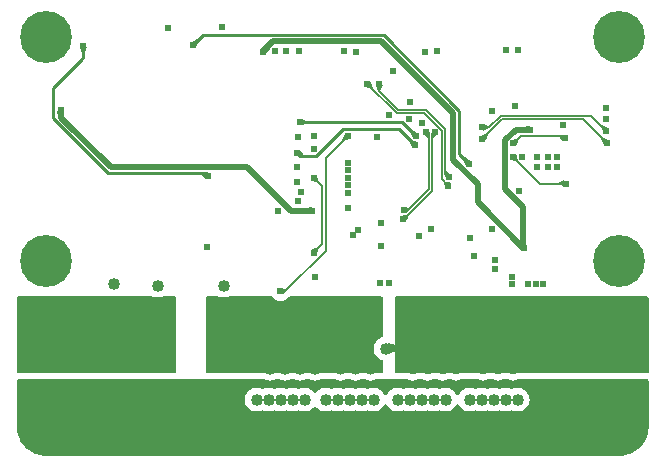
<source format=gbr>
%TF.GenerationSoftware,KiCad,Pcbnew,7.0.6*%
%TF.CreationDate,2024-01-08T01:59:36+08:00*%
%TF.ProjectId,CawBMS,43617742-4d53-42e6-9b69-6361645f7063,rev?*%
%TF.SameCoordinates,Original*%
%TF.FileFunction,Copper,L4,Bot*%
%TF.FilePolarity,Positive*%
%FSLAX46Y46*%
G04 Gerber Fmt 4.6, Leading zero omitted, Abs format (unit mm)*
G04 Created by KiCad (PCBNEW 7.0.6) date 2024-01-08 01:59:36*
%MOMM*%
%LPD*%
G01*
G04 APERTURE LIST*
G04 Aperture macros list*
%AMRoundRect*
0 Rectangle with rounded corners*
0 $1 Rounding radius*
0 $2 $3 $4 $5 $6 $7 $8 $9 X,Y pos of 4 corners*
0 Add a 4 corners polygon primitive as box body*
4,1,4,$2,$3,$4,$5,$6,$7,$8,$9,$2,$3,0*
0 Add four circle primitives for the rounded corners*
1,1,$1+$1,$2,$3*
1,1,$1+$1,$4,$5*
1,1,$1+$1,$6,$7*
1,1,$1+$1,$8,$9*
0 Add four rect primitives between the rounded corners*
20,1,$1+$1,$2,$3,$4,$5,0*
20,1,$1+$1,$4,$5,$6,$7,0*
20,1,$1+$1,$6,$7,$8,$9,0*
20,1,$1+$1,$8,$9,$2,$3,0*%
G04 Aperture macros list end*
%TA.AperFunction,ComponentPad*%
%ADD10C,0.700000*%
%TD*%
%TA.AperFunction,ComponentPad*%
%ADD11C,4.400000*%
%TD*%
%TA.AperFunction,ComponentPad*%
%ADD12RoundRect,1.500000X-1.000000X-1.000000X1.000000X-1.000000X1.000000X1.000000X-1.000000X1.000000X0*%
%TD*%
%TA.AperFunction,ViaPad*%
%ADD13C,0.609600*%
%TD*%
%TA.AperFunction,ViaPad*%
%ADD14C,1.016000*%
%TD*%
%TA.AperFunction,Conductor*%
%ADD15C,0.508000*%
%TD*%
%TA.AperFunction,Conductor*%
%ADD16C,0.254000*%
%TD*%
%TA.AperFunction,Conductor*%
%ADD17C,0.152400*%
%TD*%
G04 APERTURE END LIST*
D10*
%TO.P,H4,1,1*%
%TO.N,unconnected-(H4-Pad1)*%
X159350000Y-113500000D03*
X159833274Y-112333274D03*
X159833274Y-114666726D03*
X161000000Y-111850000D03*
D11*
X161000000Y-113500000D03*
D10*
X161000000Y-115150000D03*
X162166726Y-112333274D03*
X162166726Y-114666726D03*
X162650000Y-113500000D03*
%TD*%
%TO.P,H2,1,1*%
%TO.N,unconnected-(H2-Pad1)*%
X159350000Y-94500000D03*
X159833274Y-93333274D03*
X159833274Y-95666726D03*
X161000000Y-92850000D03*
D11*
X161000000Y-94500000D03*
D10*
X161000000Y-96150000D03*
X162166726Y-93333274D03*
X162166726Y-95666726D03*
X162650000Y-94500000D03*
%TD*%
%TO.P,H1,1,1*%
%TO.N,unconnected-(H1-Pad1)*%
X110850000Y-94500000D03*
X111333274Y-93333274D03*
X111333274Y-95666726D03*
X112500000Y-92850000D03*
D11*
X112500000Y-94500000D03*
D10*
X112500000Y-96150000D03*
X113666726Y-93333274D03*
X113666726Y-95666726D03*
X114150000Y-94500000D03*
%TD*%
D12*
%TO.P,H7,1,1*%
%TO.N,PACK+*%
X160528000Y-126627000D03*
%TD*%
%TO.P,H8,1,1*%
%TO.N,PACK-*%
X160528000Y-119181000D03*
%TD*%
%TO.P,H6,1,1*%
%TO.N,-BATT*%
X113030000Y-119173000D03*
%TD*%
%TO.P,H5,1,1*%
%TO.N,PACK+*%
X113030000Y-126492000D03*
%TD*%
D10*
%TO.P,H3,1,1*%
%TO.N,unconnected-(H3-Pad1)*%
X110850000Y-113500000D03*
X111333274Y-112333274D03*
X111333274Y-114666726D03*
X112500000Y-111850000D03*
D11*
X112500000Y-113500000D03*
D10*
X112500000Y-115150000D03*
X113666726Y-112333274D03*
X113666726Y-114666726D03*
X114150000Y-113500000D03*
%TD*%
D13*
%TO.N,+3.3V*%
X143250000Y-101490000D03*
X138049000Y-108966000D03*
X154559000Y-115450000D03*
X153289000Y-115443000D03*
X159880000Y-100520000D03*
X133820000Y-103000000D03*
X150210000Y-100830000D03*
X143300000Y-100010000D03*
X138460000Y-111320000D03*
X148732000Y-113106700D03*
X131840000Y-95740000D03*
X151460000Y-95620000D03*
X153924000Y-115443000D03*
X152527000Y-107569000D03*
X133800000Y-108410000D03*
X133760000Y-105530000D03*
X150241000Y-110744000D03*
X144570000Y-95760000D03*
X135128000Y-104013000D03*
X144018000Y-111379000D03*
X137700000Y-95750000D03*
X138890000Y-110860000D03*
%TO.N,GND*%
X140716000Y-115316000D03*
X126111000Y-112302500D03*
X152778012Y-104689298D03*
X155702000Y-105537000D03*
X133860000Y-95720000D03*
X138049000Y-105791000D03*
X152200000Y-100350000D03*
X132830000Y-95720000D03*
X150495000Y-113411000D03*
X140804604Y-112229604D03*
X156210000Y-101996500D03*
X144310000Y-101850000D03*
X138049000Y-107061000D03*
D14*
X118210000Y-115440000D03*
D13*
X151892000Y-114808000D03*
D14*
X121920000Y-115570000D03*
D13*
X145540000Y-95750000D03*
X151892000Y-115443000D03*
X141859000Y-97409000D03*
X127400000Y-93720000D03*
X159880000Y-101500000D03*
X135128000Y-102870000D03*
X150495000Y-114173000D03*
D14*
X127508000Y-115570000D03*
D13*
X145034000Y-110744000D03*
X148336000Y-111506000D03*
X154051000Y-105537000D03*
X141505857Y-101164143D03*
X154940000Y-105537000D03*
X135255000Y-114808000D03*
X133731000Y-106807000D03*
X154051000Y-104648000D03*
X154940000Y-104648000D03*
X155702000Y-104648000D03*
X138049000Y-107696000D03*
X140510000Y-102970000D03*
X138700000Y-95760000D03*
X152470000Y-95620000D03*
X140843000Y-110236000D03*
X132080000Y-109220000D03*
X141478000Y-115316000D03*
X122790000Y-93730000D03*
X134046000Y-107630000D03*
X138049000Y-106426000D03*
X138049000Y-105156000D03*
%TO.N,+5V*%
X130860000Y-95791400D03*
X152908000Y-112395000D03*
X153416000Y-102362000D03*
%TO.N,/BQ76920/VC1*%
X115650000Y-95270000D03*
X126170000Y-106290000D03*
%TO.N,/BQ76920/BAT*%
X113752000Y-100751000D03*
X135001000Y-109220000D03*
%TO.N,/ALERT*%
X138049000Y-102870000D03*
X132320000Y-116050000D03*
%TO.N,Net-(C25-Pad1)*%
X139954000Y-122809000D03*
X137414000Y-122174000D03*
X131445000Y-122809000D03*
X135255000Y-122809000D03*
X132715000Y-122174000D03*
X133985000Y-122174000D03*
X131445000Y-122174000D03*
X137414000Y-122809000D03*
D14*
X127762000Y-120904000D03*
D13*
X132715000Y-122809000D03*
X135255000Y-122174000D03*
X138684000Y-122174000D03*
X139954000Y-122174000D03*
D14*
X127762000Y-117094000D03*
D13*
X133985000Y-122809000D03*
D14*
X127762000Y-118872000D03*
D13*
X138684000Y-122809000D03*
%TO.N,PACK-*%
X150749000Y-122809000D03*
X146050000Y-122809000D03*
X149479000Y-122174000D03*
X147193000Y-122174000D03*
X152019000Y-122809000D03*
D14*
X155702000Y-119380000D03*
X155702000Y-121412000D03*
D13*
X143510000Y-122809000D03*
X149479000Y-122809000D03*
X144780000Y-122809000D03*
X147193000Y-122809000D03*
X146050000Y-122174000D03*
X143510000Y-122174000D03*
X150749000Y-122174000D03*
X144780000Y-122174000D03*
D14*
X141223500Y-120903500D03*
D13*
X152019000Y-122174000D03*
D14*
%TO.N,PACK+*%
X155702000Y-124206000D03*
X155702000Y-126238000D03*
%TO.N,-BATT*%
X121666000Y-119634000D03*
X121666000Y-120904000D03*
X118110000Y-119634000D03*
X118110000Y-121158000D03*
X121666000Y-118364000D03*
D13*
%TO.N,/SWDIO*%
X149410000Y-103180000D03*
X159950000Y-103500000D03*
%TO.N,/SWCLK*%
X149350000Y-102170000D03*
X159930000Y-102490000D03*
D14*
%TO.N,Net-(Q6-D-Pad5)*%
X142240000Y-125222000D03*
X144272000Y-125222000D03*
X136144000Y-125222000D03*
X148336000Y-125222000D03*
X133350000Y-125222000D03*
X152400000Y-125222000D03*
X139192000Y-125222000D03*
X145288000Y-125222000D03*
X149352000Y-125222000D03*
X146304000Y-125222000D03*
X151384000Y-125222000D03*
X134366000Y-125222000D03*
X140208000Y-125222000D03*
X137160000Y-125222000D03*
X130302000Y-125222000D03*
X132334000Y-125222000D03*
X138176000Y-125222000D03*
X150368000Y-125222000D03*
X131318000Y-125222000D03*
X143256000Y-125222000D03*
D13*
%TO.N,/I2C1_SCL*%
X142740143Y-109929857D03*
X145416100Y-102608036D03*
%TO.N,/I2C1_SDA*%
X142772223Y-109194454D03*
X144680000Y-102610000D03*
%TO.N,/LED_A*%
X133950000Y-101740000D03*
X143799667Y-102930110D03*
%TO.N,/LED_B*%
X133760000Y-104340784D03*
X143750000Y-103670000D03*
%TO.N,Net-(U4-TS1)*%
X135128000Y-112776000D03*
X135150000Y-106426000D03*
%TO.N,/KEY_A*%
X124930000Y-95233100D03*
X148290000Y-105240000D03*
%TO.N,/CAN_STB*%
X152042699Y-104655211D03*
X156464000Y-106934000D03*
%TO.N,/CAN_TX*%
X156386960Y-103122302D03*
X152041393Y-103526893D03*
%TO.N,/I2C2_SCL*%
X139690000Y-98490000D03*
X146550404Y-107128358D03*
%TO.N,/I2C2_SDA*%
X146561391Y-106392338D03*
X140700000Y-98480000D03*
%TD*%
D15*
%TO.N,+5V*%
X130860000Y-95750132D02*
X131720132Y-94890000D01*
X131720132Y-94890000D02*
X140840000Y-94890000D01*
X140840000Y-94890000D02*
X146940000Y-100990000D01*
X152905000Y-112395000D02*
X152908000Y-112395000D01*
X146940000Y-100990000D02*
X146940000Y-104922632D01*
X152236418Y-102362000D02*
X153416000Y-102362000D01*
X130860000Y-95791400D02*
X130860000Y-95750132D01*
X149013300Y-106995932D02*
X149013300Y-108503300D01*
X151355593Y-103242825D02*
X152236418Y-102362000D01*
X152900000Y-112387000D02*
X152900000Y-108911868D01*
X146940000Y-104922632D02*
X149013300Y-106995932D01*
X152908000Y-112395000D02*
X152900000Y-112387000D01*
X149013300Y-108503300D02*
X152905000Y-112395000D01*
X151355593Y-107367461D02*
X151355593Y-103242825D01*
X152900000Y-108911868D02*
X151355593Y-107367461D01*
D16*
%TO.N,/BQ76920/VC1*%
X117729000Y-106045000D02*
X113030000Y-101346000D01*
X126170000Y-106290000D02*
X125925000Y-106045000D01*
X115510000Y-96390000D02*
X115650000Y-96250000D01*
X113030000Y-101346000D02*
X113030000Y-98870000D01*
X113030000Y-98870000D02*
X115510000Y-96390000D01*
X125925000Y-106045000D02*
X117729000Y-106045000D01*
X115650000Y-96250000D02*
X115650000Y-95270000D01*
D15*
%TO.N,/BQ76920/BAT*%
X113752000Y-101349580D02*
X113752000Y-100751000D01*
X133190000Y-109220000D02*
X129507000Y-105537000D01*
X129507000Y-105537000D02*
X117939420Y-105537000D01*
X135001000Y-109220000D02*
X133190000Y-109220000D01*
X117939420Y-105537000D02*
X113752000Y-101349580D01*
D17*
%TO.N,/ALERT*%
X136144000Y-104775000D02*
X138049000Y-102870000D01*
X136144000Y-112606697D02*
X136144000Y-104775000D01*
X132700697Y-116050000D02*
X136144000Y-112606697D01*
X132320000Y-116050000D02*
X132700697Y-116050000D01*
D15*
%TO.N,PACK-*%
X142233500Y-120903500D02*
X143504000Y-122174000D01*
X141223500Y-120903500D02*
X142233500Y-120903500D01*
X143504000Y-122174000D02*
X143510000Y-122174000D01*
D17*
%TO.N,/SWDIO*%
X151101500Y-101488500D02*
X157938500Y-101488500D01*
X157938500Y-101488500D02*
X159950000Y-103500000D01*
X149410000Y-103180000D02*
X151101500Y-101488500D01*
%TO.N,/SWCLK*%
X150985769Y-101209100D02*
X158649100Y-101209100D01*
X158649100Y-101209100D02*
X159930000Y-102490000D01*
X149350000Y-102170000D02*
X150024868Y-102170000D01*
X150024868Y-102170000D02*
X150985769Y-101209100D01*
%TO.N,/I2C1_SCL*%
X142800143Y-109929857D02*
X142740143Y-109929857D01*
X145186400Y-102837736D02*
X145186400Y-107543599D01*
X145186400Y-107543599D02*
X142800143Y-109929857D01*
X145416100Y-102608036D02*
X145186400Y-102837736D01*
%TO.N,/I2C1_SDA*%
X144680000Y-102610000D02*
X144907000Y-102837000D01*
X144907000Y-102837000D02*
X144907000Y-107427868D01*
X143140414Y-109194454D02*
X142772223Y-109194454D01*
X144907000Y-107427868D02*
X143140414Y-109194454D01*
D16*
%TO.N,/LED_A*%
X142609557Y-101740000D02*
X133950000Y-101740000D01*
X143799667Y-102930110D02*
X142609557Y-101740000D01*
%TO.N,/LED_B*%
X133999216Y-104580000D02*
X135351263Y-104580000D01*
X137620063Y-102311200D02*
X142391200Y-102311200D01*
X142391200Y-102311200D02*
X143750000Y-103670000D01*
X135351263Y-104580000D02*
X137620063Y-102311200D01*
X133760000Y-104340784D02*
X133999216Y-104580000D01*
D17*
%TO.N,Net-(U4-TS1)*%
X135864600Y-112039400D02*
X135128000Y-112776000D01*
X135150000Y-106426000D02*
X135864600Y-107140600D01*
X135864600Y-107140600D02*
X135864600Y-112039400D01*
D16*
%TO.N,/KEY_A*%
X147460000Y-100760000D02*
X141070000Y-94370000D01*
X125793100Y-94370000D02*
X124930000Y-95233100D01*
X148290000Y-105240000D02*
X147460000Y-104410000D01*
X141070000Y-94370000D02*
X125793100Y-94370000D01*
X147460000Y-104410000D02*
X147460000Y-100760000D01*
D17*
%TO.N,/CAN_STB*%
X154305000Y-106934000D02*
X156464000Y-106934000D01*
X152042699Y-104655211D02*
X152042699Y-104671699D01*
X152042699Y-104671699D02*
X154305000Y-106934000D01*
%TO.N,/CAN_TX*%
X156134658Y-102870000D02*
X156386960Y-103122302D01*
X152698286Y-102870000D02*
X156134658Y-102870000D01*
X152041393Y-103526893D02*
X152698286Y-102870000D01*
%TO.N,/I2C2_SCL*%
X146000000Y-102470000D02*
X144512000Y-100982000D01*
X142182000Y-100982000D02*
X139690000Y-98490000D01*
X146000000Y-106577954D02*
X146000000Y-102470000D01*
X146550404Y-107128358D02*
X146000000Y-106577954D01*
X144512000Y-100982000D02*
X142182000Y-100982000D01*
%TO.N,/I2C2_SDA*%
X140700000Y-99104868D02*
X140700000Y-98480000D01*
X142297732Y-100702600D02*
X140700000Y-99104868D01*
X146561391Y-106392338D02*
X146279400Y-106110347D01*
X144627732Y-100702600D02*
X142297732Y-100702600D01*
X146279400Y-102354269D02*
X144627732Y-100702600D01*
X146279400Y-106110347D02*
X146279400Y-102354269D01*
%TD*%
%TA.AperFunction,Conductor*%
%TO.N,Net-(C25-Pad1)*%
G36*
X127117224Y-116505339D02*
G01*
X127120193Y-116506239D01*
X127120196Y-116506241D01*
X127310299Y-116563908D01*
X127310298Y-116563908D01*
X127329769Y-116565825D01*
X127508000Y-116583380D01*
X127705701Y-116563908D01*
X127895804Y-116506241D01*
X127895805Y-116506239D01*
X127898776Y-116505339D01*
X127934771Y-116500000D01*
X131583144Y-116500000D01*
X131650183Y-116519685D01*
X131680921Y-116550739D01*
X131682064Y-116549828D01*
X131686407Y-116555274D01*
X131814725Y-116683592D01*
X131814731Y-116683597D01*
X131968374Y-116780138D01*
X131968377Y-116780140D01*
X131968381Y-116780141D01*
X131968382Y-116780142D01*
X132139669Y-116840078D01*
X132139670Y-116840078D01*
X132139675Y-116840079D01*
X132319996Y-116860396D01*
X132320000Y-116860396D01*
X132320004Y-116860396D01*
X132500324Y-116840079D01*
X132500327Y-116840078D01*
X132500330Y-116840078D01*
X132671618Y-116780142D01*
X132825274Y-116683593D01*
X132845074Y-116663791D01*
X132866755Y-116646496D01*
X132870945Y-116643863D01*
X132948434Y-116578051D01*
X132981248Y-116558006D01*
X132991535Y-116553746D01*
X133014663Y-116535998D01*
X133028185Y-116525624D01*
X133093354Y-116500430D01*
X133103671Y-116500000D01*
X140876000Y-116500000D01*
X140943039Y-116519685D01*
X140988794Y-116572489D01*
X141000000Y-116624000D01*
X141000000Y-119825453D01*
X140980315Y-119892492D01*
X140927511Y-119938247D01*
X140911996Y-119944113D01*
X140835694Y-119967259D01*
X140660501Y-120060901D01*
X140660494Y-120060905D01*
X140506931Y-120186931D01*
X140380905Y-120340494D01*
X140380901Y-120340501D01*
X140287260Y-120515691D01*
X140229591Y-120705800D01*
X140210120Y-120903500D01*
X140229591Y-121101199D01*
X140287260Y-121291308D01*
X140380901Y-121466498D01*
X140380905Y-121466505D01*
X140506931Y-121620068D01*
X140534460Y-121642660D01*
X140660496Y-121746095D01*
X140835696Y-121839741D01*
X140911997Y-121862886D01*
X140970434Y-121901183D01*
X140998890Y-121964995D01*
X141000000Y-121981546D01*
X141000000Y-122870500D01*
X140980315Y-122937539D01*
X140927511Y-122983294D01*
X140876000Y-122994500D01*
X140403636Y-122994500D01*
X140403628Y-122994501D01*
X140403629Y-122994501D01*
X140263689Y-123014257D01*
X140197715Y-123033265D01*
X140197712Y-123033266D01*
X140138878Y-123059593D01*
X140117269Y-123069262D01*
X140112442Y-123071183D01*
X140034316Y-123098520D01*
X140007249Y-123104698D01*
X139980868Y-123107670D01*
X139967885Y-123109133D01*
X139940123Y-123109133D01*
X139900751Y-123104697D01*
X139873683Y-123098519D01*
X139795559Y-123071183D01*
X139790710Y-123069254D01*
X139710283Y-123033265D01*
X139710281Y-123033264D01*
X139688290Y-123026928D01*
X139644310Y-123014257D01*
X139543322Y-123000000D01*
X139504364Y-122994500D01*
X139133636Y-122994500D01*
X139133628Y-122994501D01*
X139133629Y-122994501D01*
X138993689Y-123014257D01*
X138927715Y-123033265D01*
X138927712Y-123033266D01*
X138868878Y-123059593D01*
X138847269Y-123069262D01*
X138842442Y-123071183D01*
X138764316Y-123098520D01*
X138737249Y-123104698D01*
X138710868Y-123107670D01*
X138697885Y-123109133D01*
X138670123Y-123109133D01*
X138630751Y-123104697D01*
X138603683Y-123098519D01*
X138525559Y-123071183D01*
X138520710Y-123069254D01*
X138440283Y-123033265D01*
X138440281Y-123033264D01*
X138418290Y-123026928D01*
X138374310Y-123014257D01*
X138273322Y-123000000D01*
X138234364Y-122994500D01*
X137863636Y-122994500D01*
X137863628Y-122994501D01*
X137863629Y-122994501D01*
X137723689Y-123014257D01*
X137657715Y-123033265D01*
X137657712Y-123033266D01*
X137598878Y-123059593D01*
X137577269Y-123069262D01*
X137572442Y-123071183D01*
X137494316Y-123098520D01*
X137467249Y-123104698D01*
X137440868Y-123107670D01*
X137427885Y-123109133D01*
X137400123Y-123109133D01*
X137360751Y-123104697D01*
X137333683Y-123098519D01*
X137255559Y-123071183D01*
X137250710Y-123069254D01*
X137170283Y-123033265D01*
X137170281Y-123033264D01*
X137148290Y-123026928D01*
X137104310Y-123014257D01*
X137003322Y-123000000D01*
X136964364Y-122994500D01*
X135704636Y-122994500D01*
X135704628Y-122994501D01*
X135704629Y-122994501D01*
X135564689Y-123014257D01*
X135498715Y-123033265D01*
X135498712Y-123033266D01*
X135439878Y-123059593D01*
X135418269Y-123069262D01*
X135413442Y-123071183D01*
X135335316Y-123098520D01*
X135308249Y-123104698D01*
X135281868Y-123107670D01*
X135268885Y-123109133D01*
X135241123Y-123109133D01*
X135201751Y-123104697D01*
X135174683Y-123098519D01*
X135096559Y-123071183D01*
X135091710Y-123069254D01*
X135011283Y-123033265D01*
X135011281Y-123033264D01*
X134989289Y-123026928D01*
X134945310Y-123014257D01*
X134844322Y-123000000D01*
X134805364Y-122994500D01*
X134434636Y-122994500D01*
X134434628Y-122994501D01*
X134434629Y-122994501D01*
X134294689Y-123014257D01*
X134228715Y-123033265D01*
X134228712Y-123033266D01*
X134169878Y-123059593D01*
X134148269Y-123069262D01*
X134143442Y-123071183D01*
X134065316Y-123098520D01*
X134038249Y-123104698D01*
X134011868Y-123107670D01*
X133998885Y-123109133D01*
X133971123Y-123109133D01*
X133931751Y-123104697D01*
X133904683Y-123098519D01*
X133826559Y-123071183D01*
X133821710Y-123069254D01*
X133741283Y-123033265D01*
X133741281Y-123033264D01*
X133719289Y-123026928D01*
X133675310Y-123014257D01*
X133574322Y-123000000D01*
X133535364Y-122994500D01*
X133164636Y-122994500D01*
X133164628Y-122994501D01*
X133164629Y-122994501D01*
X133024689Y-123014257D01*
X132958715Y-123033265D01*
X132958712Y-123033266D01*
X132899878Y-123059593D01*
X132878269Y-123069262D01*
X132873442Y-123071183D01*
X132795316Y-123098520D01*
X132768249Y-123104698D01*
X132741868Y-123107670D01*
X132728885Y-123109133D01*
X132701123Y-123109133D01*
X132661751Y-123104697D01*
X132634683Y-123098519D01*
X132556559Y-123071183D01*
X132551710Y-123069254D01*
X132471283Y-123033265D01*
X132471281Y-123033264D01*
X132449290Y-123026928D01*
X132405310Y-123014257D01*
X132304322Y-123000000D01*
X132265364Y-122994500D01*
X131894636Y-122994500D01*
X131894628Y-122994501D01*
X131894629Y-122994501D01*
X131754689Y-123014257D01*
X131688715Y-123033265D01*
X131688712Y-123033266D01*
X131629878Y-123059593D01*
X131608269Y-123069262D01*
X131603442Y-123071183D01*
X131525316Y-123098520D01*
X131498249Y-123104698D01*
X131471868Y-123107670D01*
X131458885Y-123109133D01*
X131431123Y-123109133D01*
X131391751Y-123104697D01*
X131364683Y-123098519D01*
X131286559Y-123071183D01*
X131281710Y-123069254D01*
X131201283Y-123033265D01*
X131201281Y-123033264D01*
X131179289Y-123026928D01*
X131135310Y-123014257D01*
X131034322Y-123000000D01*
X130995364Y-122994500D01*
X126124000Y-122994500D01*
X126056961Y-122974815D01*
X126011206Y-122922011D01*
X126000000Y-122870500D01*
X126000000Y-116624000D01*
X126019685Y-116556961D01*
X126072489Y-116511206D01*
X126124000Y-116500000D01*
X127081229Y-116500000D01*
X127117224Y-116505339D01*
G37*
%TD.AperFunction*%
%TD*%
%TA.AperFunction,Conductor*%
%TO.N,PACK-*%
G36*
X163442539Y-116519685D02*
G01*
X163488294Y-116572489D01*
X163499500Y-116624000D01*
X163499500Y-122876000D01*
X163479815Y-122943039D01*
X163427011Y-122988794D01*
X163375500Y-123000000D01*
X142124000Y-123000000D01*
X142056961Y-122980315D01*
X142011206Y-122927511D01*
X142000000Y-122876000D01*
X142000000Y-116624000D01*
X142019685Y-116556961D01*
X142072489Y-116511206D01*
X142124000Y-116500000D01*
X163375500Y-116500000D01*
X163442539Y-116519685D01*
G37*
%TD.AperFunction*%
%TD*%
%TA.AperFunction,Conductor*%
%TO.N,-BATT*%
G36*
X121529224Y-116505339D02*
G01*
X121532193Y-116506239D01*
X121532196Y-116506241D01*
X121722299Y-116563908D01*
X121722298Y-116563908D01*
X121740024Y-116565653D01*
X121920000Y-116583380D01*
X122117701Y-116563908D01*
X122307804Y-116506241D01*
X122307805Y-116506239D01*
X122310776Y-116505339D01*
X122346771Y-116500000D01*
X123376000Y-116500000D01*
X123443039Y-116519685D01*
X123488794Y-116572489D01*
X123500000Y-116624000D01*
X123500000Y-122876000D01*
X123480315Y-122943039D01*
X123427511Y-122988794D01*
X123376000Y-123000000D01*
X110124500Y-123000000D01*
X110057461Y-122980315D01*
X110011706Y-122927511D01*
X110000500Y-122876000D01*
X110000500Y-116624000D01*
X110020185Y-116556961D01*
X110072989Y-116511206D01*
X110124500Y-116500000D01*
X121493229Y-116500000D01*
X121529224Y-116505339D01*
G37*
%TD.AperFunction*%
%TD*%
%TA.AperFunction,Conductor*%
%TO.N,PACK+*%
G36*
X131061337Y-123519007D02*
G01*
X131093379Y-123539140D01*
X131093377Y-123539140D01*
X131093381Y-123539141D01*
X131093382Y-123539142D01*
X131204401Y-123577989D01*
X131264670Y-123599078D01*
X131264675Y-123599079D01*
X131444996Y-123619396D01*
X131445000Y-123619396D01*
X131445004Y-123619396D01*
X131625324Y-123599079D01*
X131625327Y-123599078D01*
X131625330Y-123599078D01*
X131796618Y-123539142D01*
X131805093Y-123533816D01*
X131828663Y-123519007D01*
X131894636Y-123500000D01*
X132265364Y-123500000D01*
X132331337Y-123519007D01*
X132363379Y-123539140D01*
X132363377Y-123539140D01*
X132363381Y-123539141D01*
X132363382Y-123539142D01*
X132474401Y-123577989D01*
X132534670Y-123599078D01*
X132534675Y-123599079D01*
X132714996Y-123619396D01*
X132715000Y-123619396D01*
X132715004Y-123619396D01*
X132895324Y-123599079D01*
X132895327Y-123599078D01*
X132895330Y-123599078D01*
X133066618Y-123539142D01*
X133075093Y-123533816D01*
X133098663Y-123519007D01*
X133164636Y-123500000D01*
X133535364Y-123500000D01*
X133601337Y-123519007D01*
X133633379Y-123539140D01*
X133633377Y-123539140D01*
X133633381Y-123539141D01*
X133633382Y-123539142D01*
X133744401Y-123577989D01*
X133804670Y-123599078D01*
X133804675Y-123599079D01*
X133984996Y-123619396D01*
X133985000Y-123619396D01*
X133985004Y-123619396D01*
X134165324Y-123599079D01*
X134165327Y-123599078D01*
X134165330Y-123599078D01*
X134336618Y-123539142D01*
X134345093Y-123533816D01*
X134368663Y-123519007D01*
X134434636Y-123500000D01*
X134805364Y-123500000D01*
X134871337Y-123519007D01*
X134903379Y-123539140D01*
X134903377Y-123539140D01*
X134903381Y-123539141D01*
X134903382Y-123539142D01*
X135014401Y-123577989D01*
X135074670Y-123599078D01*
X135074675Y-123599079D01*
X135254996Y-123619396D01*
X135255000Y-123619396D01*
X135255004Y-123619396D01*
X135435324Y-123599079D01*
X135435327Y-123599078D01*
X135435330Y-123599078D01*
X135606618Y-123539142D01*
X135615093Y-123533816D01*
X135638663Y-123519007D01*
X135704636Y-123500000D01*
X136964364Y-123500000D01*
X137030337Y-123519007D01*
X137062379Y-123539140D01*
X137062377Y-123539140D01*
X137062381Y-123539141D01*
X137062382Y-123539142D01*
X137173401Y-123577989D01*
X137233670Y-123599078D01*
X137233675Y-123599079D01*
X137413996Y-123619396D01*
X137414000Y-123619396D01*
X137414004Y-123619396D01*
X137594324Y-123599079D01*
X137594327Y-123599078D01*
X137594330Y-123599078D01*
X137765618Y-123539142D01*
X137774093Y-123533816D01*
X137797663Y-123519007D01*
X137863636Y-123500000D01*
X138234364Y-123500000D01*
X138300337Y-123519007D01*
X138332379Y-123539140D01*
X138332377Y-123539140D01*
X138332381Y-123539141D01*
X138332382Y-123539142D01*
X138443401Y-123577989D01*
X138503670Y-123599078D01*
X138503675Y-123599079D01*
X138683996Y-123619396D01*
X138684000Y-123619396D01*
X138684004Y-123619396D01*
X138864324Y-123599079D01*
X138864327Y-123599078D01*
X138864330Y-123599078D01*
X139035618Y-123539142D01*
X139044093Y-123533816D01*
X139067663Y-123519007D01*
X139133636Y-123500000D01*
X139504364Y-123500000D01*
X139570337Y-123519007D01*
X139602379Y-123539140D01*
X139602377Y-123539140D01*
X139602381Y-123539141D01*
X139602382Y-123539142D01*
X139713401Y-123577989D01*
X139773670Y-123599078D01*
X139773675Y-123599079D01*
X139953996Y-123619396D01*
X139954000Y-123619396D01*
X139954004Y-123619396D01*
X140134324Y-123599079D01*
X140134327Y-123599078D01*
X140134330Y-123599078D01*
X140305618Y-123539142D01*
X140314093Y-123533816D01*
X140337663Y-123519007D01*
X140403636Y-123500000D01*
X142076877Y-123500000D01*
X142094523Y-123501262D01*
X142097650Y-123501711D01*
X142124000Y-123505500D01*
X143069117Y-123505500D01*
X143135090Y-123524507D01*
X143158379Y-123539140D01*
X143158377Y-123539140D01*
X143158381Y-123539141D01*
X143158382Y-123539142D01*
X143269401Y-123577989D01*
X143329670Y-123599078D01*
X143329675Y-123599079D01*
X143509996Y-123619396D01*
X143510000Y-123619396D01*
X143510004Y-123619396D01*
X143690324Y-123599079D01*
X143690327Y-123599078D01*
X143690330Y-123599078D01*
X143861618Y-123539142D01*
X143867831Y-123535237D01*
X143884910Y-123524507D01*
X143950883Y-123505500D01*
X144339117Y-123505500D01*
X144405090Y-123524507D01*
X144428379Y-123539140D01*
X144428377Y-123539140D01*
X144428381Y-123539141D01*
X144428382Y-123539142D01*
X144539401Y-123577989D01*
X144599670Y-123599078D01*
X144599675Y-123599079D01*
X144779996Y-123619396D01*
X144780000Y-123619396D01*
X144780004Y-123619396D01*
X144960324Y-123599079D01*
X144960327Y-123599078D01*
X144960330Y-123599078D01*
X145131618Y-123539142D01*
X145137831Y-123535237D01*
X145154910Y-123524507D01*
X145220883Y-123505500D01*
X145609117Y-123505500D01*
X145675090Y-123524507D01*
X145698379Y-123539140D01*
X145698377Y-123539140D01*
X145698381Y-123539141D01*
X145698382Y-123539142D01*
X145809401Y-123577989D01*
X145869670Y-123599078D01*
X145869675Y-123599079D01*
X146049996Y-123619396D01*
X146050000Y-123619396D01*
X146050004Y-123619396D01*
X146230324Y-123599079D01*
X146230327Y-123599078D01*
X146230330Y-123599078D01*
X146401618Y-123539142D01*
X146407831Y-123535237D01*
X146424910Y-123524507D01*
X146490883Y-123505500D01*
X146752117Y-123505500D01*
X146818090Y-123524507D01*
X146841379Y-123539140D01*
X146841377Y-123539140D01*
X146841381Y-123539141D01*
X146841382Y-123539142D01*
X146952401Y-123577989D01*
X147012670Y-123599078D01*
X147012675Y-123599079D01*
X147192996Y-123619396D01*
X147193000Y-123619396D01*
X147193004Y-123619396D01*
X147373324Y-123599079D01*
X147373327Y-123599078D01*
X147373330Y-123599078D01*
X147544618Y-123539142D01*
X147550831Y-123535237D01*
X147567910Y-123524507D01*
X147633883Y-123505500D01*
X149038117Y-123505500D01*
X149104090Y-123524507D01*
X149127379Y-123539140D01*
X149127377Y-123539140D01*
X149127381Y-123539141D01*
X149127382Y-123539142D01*
X149238401Y-123577989D01*
X149298670Y-123599078D01*
X149298675Y-123599079D01*
X149478996Y-123619396D01*
X149479000Y-123619396D01*
X149479004Y-123619396D01*
X149659324Y-123599079D01*
X149659327Y-123599078D01*
X149659330Y-123599078D01*
X149830618Y-123539142D01*
X149836831Y-123535237D01*
X149853910Y-123524507D01*
X149919883Y-123505500D01*
X150308117Y-123505500D01*
X150374090Y-123524507D01*
X150397379Y-123539140D01*
X150397377Y-123539140D01*
X150397381Y-123539141D01*
X150397382Y-123539142D01*
X150508401Y-123577989D01*
X150568670Y-123599078D01*
X150568675Y-123599079D01*
X150748996Y-123619396D01*
X150749000Y-123619396D01*
X150749004Y-123619396D01*
X150929324Y-123599079D01*
X150929327Y-123599078D01*
X150929330Y-123599078D01*
X151100618Y-123539142D01*
X151106831Y-123535237D01*
X151123910Y-123524507D01*
X151189883Y-123505500D01*
X151578117Y-123505500D01*
X151644090Y-123524507D01*
X151667379Y-123539140D01*
X151667377Y-123539140D01*
X151667381Y-123539141D01*
X151667382Y-123539142D01*
X151778401Y-123577989D01*
X151838670Y-123599078D01*
X151838675Y-123599079D01*
X152018996Y-123619396D01*
X152019000Y-123619396D01*
X152019004Y-123619396D01*
X152199324Y-123599079D01*
X152199327Y-123599078D01*
X152199330Y-123599078D01*
X152370618Y-123539142D01*
X152376831Y-123535237D01*
X152393910Y-123524507D01*
X152459883Y-123505500D01*
X163375500Y-123505500D01*
X163442539Y-123525185D01*
X163488294Y-123577989D01*
X163499500Y-123629500D01*
X163499500Y-127498120D01*
X163499387Y-127501865D01*
X163493517Y-127598899D01*
X163479917Y-127806386D01*
X163479033Y-127813512D01*
X163454167Y-127949208D01*
X163421063Y-128115636D01*
X163419446Y-128121990D01*
X163376079Y-128261157D01*
X163323848Y-128415025D01*
X163321675Y-128420544D01*
X163260491Y-128556492D01*
X163189799Y-128699838D01*
X163187251Y-128704493D01*
X163109936Y-128832387D01*
X163108428Y-128834758D01*
X163021008Y-128965590D01*
X163018262Y-128969382D01*
X162925682Y-129087552D01*
X162923490Y-129090196D01*
X162820113Y-129208075D01*
X162817339Y-129211037D01*
X162711037Y-129317339D01*
X162708075Y-129320113D01*
X162590196Y-129423490D01*
X162587552Y-129425682D01*
X162469382Y-129518262D01*
X162465590Y-129521008D01*
X162334758Y-129608428D01*
X162332387Y-129609936D01*
X162204493Y-129687251D01*
X162199838Y-129689799D01*
X162056492Y-129760491D01*
X161920544Y-129821675D01*
X161915025Y-129823848D01*
X161761157Y-129876079D01*
X161621990Y-129919446D01*
X161615636Y-129921063D01*
X161449208Y-129954167D01*
X161313512Y-129979033D01*
X161306386Y-129979917D01*
X161098899Y-129993517D01*
X161001866Y-129999387D01*
X160998121Y-129999500D01*
X112501879Y-129999500D01*
X112498134Y-129999387D01*
X112401100Y-129993517D01*
X112193612Y-129979917D01*
X112186486Y-129979033D01*
X112050791Y-129954167D01*
X111985021Y-129941084D01*
X111884357Y-129921061D01*
X111878012Y-129919447D01*
X111844988Y-129909156D01*
X111738842Y-129876079D01*
X111584973Y-129823848D01*
X111579454Y-129821675D01*
X111443507Y-129760491D01*
X111300160Y-129689799D01*
X111295505Y-129687251D01*
X111167611Y-129609936D01*
X111165240Y-129608428D01*
X111034408Y-129521008D01*
X111030616Y-129518262D01*
X110912446Y-129425682D01*
X110909802Y-129423490D01*
X110791923Y-129320113D01*
X110788961Y-129317339D01*
X110682659Y-129211037D01*
X110679885Y-129208075D01*
X110576508Y-129090196D01*
X110574316Y-129087552D01*
X110481736Y-128969382D01*
X110478990Y-128965590D01*
X110391570Y-128834758D01*
X110390062Y-128832387D01*
X110312747Y-128704493D01*
X110310206Y-128699853D01*
X110239508Y-128556492D01*
X110178321Y-128420539D01*
X110176155Y-128415039D01*
X110123920Y-128261157D01*
X110118968Y-128245266D01*
X110080544Y-128121961D01*
X110078942Y-128115664D01*
X110045836Y-127949227D01*
X110020963Y-127813502D01*
X110020082Y-127806399D01*
X110006479Y-127598851D01*
X110000613Y-127501866D01*
X110000500Y-127498122D01*
X110000500Y-125221999D01*
X129288620Y-125221999D01*
X129308091Y-125419699D01*
X129365760Y-125609808D01*
X129459401Y-125784998D01*
X129459405Y-125785005D01*
X129585431Y-125938568D01*
X129738994Y-126064594D01*
X129739001Y-126064598D01*
X129914191Y-126158239D01*
X129914193Y-126158239D01*
X129914196Y-126158241D01*
X130104299Y-126215908D01*
X130104298Y-126215908D01*
X130122024Y-126217653D01*
X130302000Y-126235380D01*
X130499701Y-126215908D01*
X130689804Y-126158241D01*
X130751546Y-126125238D01*
X130819949Y-126110997D01*
X130868452Y-126125238D01*
X130930196Y-126158241D01*
X131120299Y-126215908D01*
X131120298Y-126215908D01*
X131139769Y-126217825D01*
X131318000Y-126235380D01*
X131515701Y-126215908D01*
X131705804Y-126158241D01*
X131767546Y-126125238D01*
X131835949Y-126110997D01*
X131884452Y-126125238D01*
X131946196Y-126158241D01*
X132136299Y-126215908D01*
X132136298Y-126215908D01*
X132154024Y-126217653D01*
X132334000Y-126235380D01*
X132531701Y-126215908D01*
X132721804Y-126158241D01*
X132783546Y-126125238D01*
X132851949Y-126110997D01*
X132900452Y-126125238D01*
X132962196Y-126158241D01*
X133152299Y-126215908D01*
X133152298Y-126215908D01*
X133170024Y-126217653D01*
X133350000Y-126235380D01*
X133547701Y-126215908D01*
X133737804Y-126158241D01*
X133799546Y-126125238D01*
X133867949Y-126110997D01*
X133916452Y-126125238D01*
X133978196Y-126158241D01*
X134168299Y-126215908D01*
X134168298Y-126215908D01*
X134186024Y-126217653D01*
X134366000Y-126235380D01*
X134563701Y-126215908D01*
X134753804Y-126158241D01*
X134929004Y-126064595D01*
X135082568Y-125938568D01*
X135159145Y-125845257D01*
X135216893Y-125805923D01*
X135286737Y-125804052D01*
X135346505Y-125840240D01*
X135350853Y-125845257D01*
X135427431Y-125938568D01*
X135580994Y-126064594D01*
X135581001Y-126064598D01*
X135756191Y-126158239D01*
X135756193Y-126158239D01*
X135756196Y-126158241D01*
X135946299Y-126215908D01*
X135946298Y-126215908D01*
X135964024Y-126217653D01*
X136144000Y-126235380D01*
X136341701Y-126215908D01*
X136531804Y-126158241D01*
X136593546Y-126125238D01*
X136661949Y-126110997D01*
X136710452Y-126125238D01*
X136772196Y-126158241D01*
X136962299Y-126215908D01*
X136962298Y-126215908D01*
X136981770Y-126217825D01*
X137160000Y-126235380D01*
X137357701Y-126215908D01*
X137547804Y-126158241D01*
X137609546Y-126125238D01*
X137677949Y-126110997D01*
X137726452Y-126125238D01*
X137788196Y-126158241D01*
X137978299Y-126215908D01*
X137978298Y-126215908D01*
X137996024Y-126217653D01*
X138176000Y-126235380D01*
X138373701Y-126215908D01*
X138563804Y-126158241D01*
X138625546Y-126125238D01*
X138693949Y-126110997D01*
X138742452Y-126125238D01*
X138804196Y-126158241D01*
X138994299Y-126215908D01*
X138994298Y-126215908D01*
X139012024Y-126217653D01*
X139192000Y-126235380D01*
X139389701Y-126215908D01*
X139579804Y-126158241D01*
X139641546Y-126125238D01*
X139709949Y-126110997D01*
X139758452Y-126125238D01*
X139820196Y-126158241D01*
X140010299Y-126215908D01*
X140010298Y-126215908D01*
X140028024Y-126217653D01*
X140208000Y-126235380D01*
X140405701Y-126215908D01*
X140595804Y-126158241D01*
X140771004Y-126064595D01*
X140924568Y-125938568D01*
X141050595Y-125785004D01*
X141097000Y-125698186D01*
X141114642Y-125665181D01*
X141163604Y-125615337D01*
X141231741Y-125599876D01*
X141297421Y-125623707D01*
X141333358Y-125665181D01*
X141397401Y-125784998D01*
X141397405Y-125785005D01*
X141523431Y-125938568D01*
X141676994Y-126064594D01*
X141677001Y-126064598D01*
X141852191Y-126158239D01*
X141852193Y-126158239D01*
X141852196Y-126158241D01*
X142042299Y-126215908D01*
X142042298Y-126215908D01*
X142060024Y-126217653D01*
X142240000Y-126235380D01*
X142437701Y-126215908D01*
X142627804Y-126158241D01*
X142689546Y-126125238D01*
X142757949Y-126110997D01*
X142806452Y-126125238D01*
X142868196Y-126158241D01*
X143058299Y-126215908D01*
X143058298Y-126215908D01*
X143076024Y-126217653D01*
X143256000Y-126235380D01*
X143453701Y-126215908D01*
X143643804Y-126158241D01*
X143705546Y-126125238D01*
X143773949Y-126110997D01*
X143822452Y-126125238D01*
X143884196Y-126158241D01*
X144074299Y-126215908D01*
X144074298Y-126215908D01*
X144092024Y-126217653D01*
X144272000Y-126235380D01*
X144469701Y-126215908D01*
X144659804Y-126158241D01*
X144721546Y-126125238D01*
X144789949Y-126110997D01*
X144838452Y-126125238D01*
X144900196Y-126158241D01*
X145090299Y-126215908D01*
X145090298Y-126215908D01*
X145109770Y-126217825D01*
X145288000Y-126235380D01*
X145485701Y-126215908D01*
X145675804Y-126158241D01*
X145737546Y-126125238D01*
X145805949Y-126110997D01*
X145854452Y-126125238D01*
X145916196Y-126158241D01*
X146106299Y-126215908D01*
X146106298Y-126215908D01*
X146124024Y-126217653D01*
X146304000Y-126235380D01*
X146501701Y-126215908D01*
X146691804Y-126158241D01*
X146867004Y-126064595D01*
X147020568Y-125938568D01*
X147146595Y-125785004D01*
X147193000Y-125698186D01*
X147210642Y-125665181D01*
X147259604Y-125615337D01*
X147327741Y-125599876D01*
X147393421Y-125623707D01*
X147429358Y-125665181D01*
X147493401Y-125784998D01*
X147493405Y-125785005D01*
X147619431Y-125938568D01*
X147772994Y-126064594D01*
X147773001Y-126064598D01*
X147948191Y-126158239D01*
X147948193Y-126158239D01*
X147948196Y-126158241D01*
X148138299Y-126215908D01*
X148138298Y-126215908D01*
X148156024Y-126217653D01*
X148336000Y-126235380D01*
X148533701Y-126215908D01*
X148723804Y-126158241D01*
X148785546Y-126125238D01*
X148853949Y-126110997D01*
X148902452Y-126125238D01*
X148964196Y-126158241D01*
X149154299Y-126215908D01*
X149154298Y-126215908D01*
X149173769Y-126217825D01*
X149352000Y-126235380D01*
X149549701Y-126215908D01*
X149739804Y-126158241D01*
X149801546Y-126125238D01*
X149869949Y-126110997D01*
X149918452Y-126125238D01*
X149980196Y-126158241D01*
X150170299Y-126215908D01*
X150170298Y-126215908D01*
X150188024Y-126217653D01*
X150368000Y-126235380D01*
X150565701Y-126215908D01*
X150755804Y-126158241D01*
X150817546Y-126125238D01*
X150885949Y-126110997D01*
X150934452Y-126125238D01*
X150996196Y-126158241D01*
X151186299Y-126215908D01*
X151186298Y-126215908D01*
X151204024Y-126217653D01*
X151384000Y-126235380D01*
X151581701Y-126215908D01*
X151771804Y-126158241D01*
X151833546Y-126125238D01*
X151901949Y-126110997D01*
X151950452Y-126125238D01*
X152012196Y-126158241D01*
X152202299Y-126215908D01*
X152202298Y-126215908D01*
X152220024Y-126217653D01*
X152400000Y-126235380D01*
X152597701Y-126215908D01*
X152787804Y-126158241D01*
X152963004Y-126064595D01*
X153116568Y-125938568D01*
X153242595Y-125785004D01*
X153298782Y-125679883D01*
X153336239Y-125609808D01*
X153336239Y-125609807D01*
X153336241Y-125609804D01*
X153393908Y-125419701D01*
X153413380Y-125222000D01*
X153393908Y-125024299D01*
X153336241Y-124834196D01*
X153336239Y-124834193D01*
X153336239Y-124834191D01*
X153242598Y-124659001D01*
X153242594Y-124658994D01*
X153116568Y-124505431D01*
X152963005Y-124379405D01*
X152962998Y-124379401D01*
X152787808Y-124285760D01*
X152692752Y-124256925D01*
X152597701Y-124228092D01*
X152597699Y-124228091D01*
X152597701Y-124228091D01*
X152400000Y-124208620D01*
X152202302Y-124228091D01*
X152202298Y-124228092D01*
X152202299Y-124228092D01*
X152012196Y-124285759D01*
X152012192Y-124285760D01*
X152012192Y-124285761D01*
X151950452Y-124318761D01*
X151882049Y-124333002D01*
X151833548Y-124318761D01*
X151807452Y-124304813D01*
X151771804Y-124285759D01*
X151581701Y-124228092D01*
X151581699Y-124228091D01*
X151581697Y-124228091D01*
X151384000Y-124208620D01*
X151186302Y-124228091D01*
X151186298Y-124228092D01*
X151186299Y-124228092D01*
X150996196Y-124285759D01*
X150996192Y-124285760D01*
X150996192Y-124285761D01*
X150934452Y-124318761D01*
X150866049Y-124333002D01*
X150817548Y-124318761D01*
X150791452Y-124304813D01*
X150755804Y-124285759D01*
X150565701Y-124228092D01*
X150565699Y-124228091D01*
X150565697Y-124228091D01*
X150368000Y-124208620D01*
X150170302Y-124228091D01*
X150170298Y-124228092D01*
X150170299Y-124228092D01*
X149980196Y-124285759D01*
X149980192Y-124285760D01*
X149980192Y-124285761D01*
X149918452Y-124318761D01*
X149850049Y-124333002D01*
X149801548Y-124318761D01*
X149775452Y-124304813D01*
X149739804Y-124285759D01*
X149549701Y-124228092D01*
X149549699Y-124228091D01*
X149549697Y-124228091D01*
X149379637Y-124211342D01*
X149352000Y-124208620D01*
X149351999Y-124208620D01*
X149154302Y-124228091D01*
X149154298Y-124228092D01*
X149154299Y-124228092D01*
X148964196Y-124285759D01*
X148964192Y-124285760D01*
X148964192Y-124285761D01*
X148902452Y-124318761D01*
X148834049Y-124333002D01*
X148785548Y-124318761D01*
X148759452Y-124304813D01*
X148723804Y-124285759D01*
X148533701Y-124228092D01*
X148533699Y-124228091D01*
X148533697Y-124228091D01*
X148336000Y-124208620D01*
X148138300Y-124228091D01*
X147948191Y-124285760D01*
X147773001Y-124379401D01*
X147772994Y-124379405D01*
X147619431Y-124505431D01*
X147493405Y-124658994D01*
X147493401Y-124659001D01*
X147429358Y-124778818D01*
X147380396Y-124828662D01*
X147312258Y-124844123D01*
X147246579Y-124820291D01*
X147210642Y-124778818D01*
X147146598Y-124659001D01*
X147146594Y-124658994D01*
X147020568Y-124505431D01*
X146867005Y-124379405D01*
X146866998Y-124379401D01*
X146691808Y-124285760D01*
X146596752Y-124256925D01*
X146501701Y-124228092D01*
X146501699Y-124228091D01*
X146501701Y-124228091D01*
X146304000Y-124208620D01*
X146106302Y-124228091D01*
X146106298Y-124228092D01*
X146106299Y-124228092D01*
X145916196Y-124285759D01*
X145916192Y-124285760D01*
X145916192Y-124285761D01*
X145854452Y-124318761D01*
X145786049Y-124333002D01*
X145737548Y-124318761D01*
X145711452Y-124304813D01*
X145675804Y-124285759D01*
X145485701Y-124228092D01*
X145485699Y-124228091D01*
X145485697Y-124228091D01*
X145315637Y-124211342D01*
X145288000Y-124208620D01*
X145287999Y-124208620D01*
X145090302Y-124228091D01*
X145090298Y-124228092D01*
X145090299Y-124228092D01*
X144900196Y-124285759D01*
X144900192Y-124285760D01*
X144900192Y-124285761D01*
X144838452Y-124318761D01*
X144770049Y-124333002D01*
X144721548Y-124318761D01*
X144695452Y-124304813D01*
X144659804Y-124285759D01*
X144469701Y-124228092D01*
X144469699Y-124228091D01*
X144469697Y-124228091D01*
X144272000Y-124208620D01*
X144074302Y-124228091D01*
X144074298Y-124228092D01*
X144074299Y-124228092D01*
X143884196Y-124285759D01*
X143884192Y-124285760D01*
X143884192Y-124285761D01*
X143822452Y-124318761D01*
X143754049Y-124333002D01*
X143705548Y-124318761D01*
X143679452Y-124304813D01*
X143643804Y-124285759D01*
X143453701Y-124228092D01*
X143453699Y-124228091D01*
X143453697Y-124228091D01*
X143256000Y-124208620D01*
X143058302Y-124228091D01*
X143058298Y-124228092D01*
X143058299Y-124228092D01*
X142868196Y-124285759D01*
X142868192Y-124285760D01*
X142868192Y-124285761D01*
X142806452Y-124318761D01*
X142738049Y-124333002D01*
X142689548Y-124318761D01*
X142663452Y-124304813D01*
X142627804Y-124285759D01*
X142437701Y-124228092D01*
X142437699Y-124228091D01*
X142437697Y-124228091D01*
X142240000Y-124208620D01*
X142042300Y-124228091D01*
X141852191Y-124285760D01*
X141677001Y-124379401D01*
X141676994Y-124379405D01*
X141523431Y-124505431D01*
X141397405Y-124658994D01*
X141397401Y-124659001D01*
X141333358Y-124778818D01*
X141284396Y-124828662D01*
X141216258Y-124844123D01*
X141150579Y-124820291D01*
X141114642Y-124778818D01*
X141050598Y-124659001D01*
X141050594Y-124658994D01*
X140924568Y-124505431D01*
X140771005Y-124379405D01*
X140770998Y-124379401D01*
X140595808Y-124285760D01*
X140500752Y-124256925D01*
X140405701Y-124228092D01*
X140405699Y-124228091D01*
X140405701Y-124228091D01*
X140208000Y-124208620D01*
X140010302Y-124228091D01*
X140010298Y-124228092D01*
X140010299Y-124228092D01*
X139820196Y-124285759D01*
X139820192Y-124285760D01*
X139820192Y-124285761D01*
X139758452Y-124318761D01*
X139690049Y-124333002D01*
X139641548Y-124318761D01*
X139615452Y-124304813D01*
X139579804Y-124285759D01*
X139389701Y-124228092D01*
X139389699Y-124228091D01*
X139389697Y-124228091D01*
X139192000Y-124208620D01*
X138994302Y-124228091D01*
X138994298Y-124228092D01*
X138994299Y-124228092D01*
X138804196Y-124285759D01*
X138804192Y-124285760D01*
X138804192Y-124285761D01*
X138742452Y-124318761D01*
X138674049Y-124333002D01*
X138625548Y-124318761D01*
X138599452Y-124304813D01*
X138563804Y-124285759D01*
X138373701Y-124228092D01*
X138373699Y-124228091D01*
X138373697Y-124228091D01*
X138176000Y-124208620D01*
X137978302Y-124228091D01*
X137978298Y-124228092D01*
X137978299Y-124228092D01*
X137788196Y-124285759D01*
X137788192Y-124285760D01*
X137788192Y-124285761D01*
X137726452Y-124318761D01*
X137658049Y-124333002D01*
X137609548Y-124318761D01*
X137583452Y-124304813D01*
X137547804Y-124285759D01*
X137357701Y-124228092D01*
X137357699Y-124228091D01*
X137357697Y-124228091D01*
X137187637Y-124211342D01*
X137160000Y-124208620D01*
X137159999Y-124208620D01*
X136962302Y-124228091D01*
X136962298Y-124228092D01*
X136962299Y-124228092D01*
X136772196Y-124285759D01*
X136772192Y-124285760D01*
X136772192Y-124285761D01*
X136710452Y-124318761D01*
X136642049Y-124333002D01*
X136593548Y-124318761D01*
X136567452Y-124304813D01*
X136531804Y-124285759D01*
X136341701Y-124228092D01*
X136341699Y-124228091D01*
X136341697Y-124228091D01*
X136144000Y-124208620D01*
X135946300Y-124228091D01*
X135756191Y-124285760D01*
X135581001Y-124379401D01*
X135580994Y-124379405D01*
X135427431Y-124505431D01*
X135350853Y-124598742D01*
X135293107Y-124638076D01*
X135223262Y-124639947D01*
X135163494Y-124603759D01*
X135159147Y-124598742D01*
X135082568Y-124505431D01*
X134929005Y-124379405D01*
X134928998Y-124379401D01*
X134753808Y-124285760D01*
X134658752Y-124256925D01*
X134563701Y-124228092D01*
X134563699Y-124228091D01*
X134563701Y-124228091D01*
X134383725Y-124210365D01*
X134366000Y-124208620D01*
X134365999Y-124208620D01*
X134168302Y-124228091D01*
X134168298Y-124228092D01*
X134168299Y-124228092D01*
X133978196Y-124285759D01*
X133978192Y-124285760D01*
X133978192Y-124285761D01*
X133916452Y-124318761D01*
X133848049Y-124333002D01*
X133799548Y-124318761D01*
X133773452Y-124304813D01*
X133737804Y-124285759D01*
X133547701Y-124228092D01*
X133547699Y-124228091D01*
X133547697Y-124228091D01*
X133350000Y-124208620D01*
X133152302Y-124228091D01*
X133152298Y-124228092D01*
X133152299Y-124228092D01*
X132962196Y-124285759D01*
X132962192Y-124285760D01*
X132962192Y-124285761D01*
X132900452Y-124318761D01*
X132832049Y-124333002D01*
X132783548Y-124318761D01*
X132757452Y-124304813D01*
X132721804Y-124285759D01*
X132531701Y-124228092D01*
X132531699Y-124228091D01*
X132531697Y-124228091D01*
X132334000Y-124208620D01*
X132136302Y-124228091D01*
X132136298Y-124228092D01*
X132136299Y-124228092D01*
X131946196Y-124285759D01*
X131946192Y-124285760D01*
X131946192Y-124285761D01*
X131884452Y-124318761D01*
X131816049Y-124333002D01*
X131767548Y-124318761D01*
X131741452Y-124304813D01*
X131705804Y-124285759D01*
X131515701Y-124228092D01*
X131515699Y-124228091D01*
X131515697Y-124228091D01*
X131345637Y-124211342D01*
X131318000Y-124208620D01*
X131317999Y-124208620D01*
X131120302Y-124228091D01*
X131120298Y-124228092D01*
X131120299Y-124228092D01*
X130930196Y-124285759D01*
X130930192Y-124285760D01*
X130930192Y-124285761D01*
X130868452Y-124318761D01*
X130800049Y-124333002D01*
X130751548Y-124318761D01*
X130725452Y-124304813D01*
X130689804Y-124285759D01*
X130499701Y-124228092D01*
X130499699Y-124228091D01*
X130499697Y-124228091D01*
X130329637Y-124211342D01*
X130302000Y-124208620D01*
X130301999Y-124208620D01*
X130104300Y-124228091D01*
X129914191Y-124285760D01*
X129739001Y-124379401D01*
X129738994Y-124379405D01*
X129585431Y-124505431D01*
X129459405Y-124658994D01*
X129459401Y-124659001D01*
X129365760Y-124834191D01*
X129308091Y-125024300D01*
X129288620Y-125221999D01*
X110000500Y-125221999D01*
X110000500Y-123624000D01*
X110020185Y-123556961D01*
X110072989Y-123511206D01*
X110124500Y-123500000D01*
X130995364Y-123500000D01*
X131061337Y-123519007D01*
G37*
%TD.AperFunction*%
%TD*%
%TA.AperFunction,Conductor*%
%TO.N,+5V*%
G36*
X131094691Y-95172195D02*
G01*
X131438669Y-95516173D01*
X131442096Y-95524446D01*
X131439684Y-95531561D01*
X131083618Y-95996361D01*
X131075866Y-96000845D01*
X131067215Y-95998534D01*
X131066084Y-95997546D01*
X130859293Y-95792107D01*
X130652992Y-95584448D01*
X130649592Y-95576164D01*
X130653046Y-95567902D01*
X130653271Y-95567684D01*
X131078447Y-95171903D01*
X131086837Y-95168775D01*
X131094691Y-95172195D01*
G37*
%TD.AperFunction*%
%TD*%
%TA.AperFunction,Conductor*%
%TO.N,+5V*%
G36*
X153411899Y-102060980D02*
G01*
X153416001Y-102068940D01*
X153416041Y-102069874D01*
X153417000Y-102362000D01*
X153416041Y-102654125D01*
X153412587Y-102662387D01*
X153404303Y-102665787D01*
X153403369Y-102665747D01*
X152817128Y-102616894D01*
X152809168Y-102612792D01*
X152806400Y-102605234D01*
X152806400Y-102118766D01*
X152809827Y-102110493D01*
X152817128Y-102107106D01*
X152817127Y-102107105D01*
X153403370Y-102058252D01*
X153411899Y-102060980D01*
G37*
%TD.AperFunction*%
%TD*%
%TA.AperFunction,Conductor*%
%TO.N,+5V*%
G36*
X153151650Y-111790418D02*
G01*
X153155023Y-111797565D01*
X153211563Y-112382216D01*
X153208948Y-112390780D01*
X153201043Y-112394988D01*
X153199955Y-112395042D01*
X152908000Y-112396000D01*
X152615711Y-112395041D01*
X152607449Y-112391587D01*
X152604049Y-112383303D01*
X152604077Y-112382536D01*
X152645234Y-111797868D01*
X152649233Y-111789857D01*
X152656905Y-111786991D01*
X153143377Y-111786991D01*
X153151650Y-111790418D01*
G37*
%TD.AperFunction*%
%TD*%
%TA.AperFunction,Conductor*%
%TO.N,+5V*%
G36*
X152663563Y-111793040D02*
G01*
X153113788Y-112171293D01*
X153117918Y-112179237D01*
X153115220Y-112187776D01*
X153114562Y-112188496D01*
X152908707Y-112395707D01*
X152701434Y-112601623D01*
X152693150Y-112605023D01*
X152684888Y-112601569D01*
X152684282Y-112600911D01*
X152303146Y-112153573D01*
X152300389Y-112145053D01*
X152303778Y-112137713D01*
X152647766Y-111793725D01*
X152656038Y-111790299D01*
X152663563Y-111793040D01*
G37*
%TD.AperFunction*%
%TD*%
%TA.AperFunction,Conductor*%
%TO.N,/BQ76920/VC1*%
G36*
X125675112Y-105919749D02*
G01*
X126159868Y-105983860D01*
X126167619Y-105988341D01*
X126170033Y-105995420D01*
X126170983Y-106285116D01*
X126167583Y-106293400D01*
X126167537Y-106293446D01*
X125963305Y-106496735D01*
X125955024Y-106500143D01*
X125946759Y-106496697D01*
X125946266Y-106496169D01*
X125664785Y-106175309D01*
X125661882Y-106167597D01*
X125661882Y-105931349D01*
X125665309Y-105923076D01*
X125673582Y-105919649D01*
X125675112Y-105919749D01*
G37*
%TD.AperFunction*%
%TD*%
%TA.AperFunction,Conductor*%
%TO.N,/BQ76920/VC1*%
G36*
X115654510Y-95270884D02*
G01*
X115921750Y-95382528D01*
X115928063Y-95388879D01*
X115928404Y-95396825D01*
X115779571Y-95871401D01*
X115773825Y-95878270D01*
X115768407Y-95879600D01*
X115531593Y-95879600D01*
X115523320Y-95876173D01*
X115520429Y-95871401D01*
X115464602Y-95693391D01*
X115371595Y-95396823D01*
X115372389Y-95387906D01*
X115378248Y-95382528D01*
X115645490Y-95270883D01*
X115654445Y-95270857D01*
X115654510Y-95270884D01*
G37*
%TD.AperFunction*%
%TD*%
%TA.AperFunction,Conductor*%
%TO.N,/BQ76920/BAT*%
G36*
X113753461Y-100751194D02*
G01*
X114023814Y-100863575D01*
X114030138Y-100869915D01*
X114030518Y-100877779D01*
X113940248Y-101174965D01*
X113937326Y-101179838D01*
X113596215Y-101520948D01*
X113587942Y-101524375D01*
X113579669Y-101520948D01*
X113576406Y-101514627D01*
X113519759Y-101179838D01*
X113449504Y-100764618D01*
X113451503Y-100755890D01*
X113459088Y-100751131D01*
X113461002Y-100750967D01*
X113748945Y-100750298D01*
X113753461Y-100751194D01*
G37*
%TD.AperFunction*%
%TD*%
%TA.AperFunction,Conductor*%
%TO.N,/BQ76920/BAT*%
G36*
X134996899Y-108918980D02*
G01*
X135001001Y-108926940D01*
X135001041Y-108927874D01*
X135002000Y-109220000D01*
X135001041Y-109512125D01*
X134997587Y-109520387D01*
X134989303Y-109523787D01*
X134988369Y-109523747D01*
X134402128Y-109474894D01*
X134394168Y-109470792D01*
X134391400Y-109463234D01*
X134391400Y-108976765D01*
X134394827Y-108968492D01*
X134402125Y-108965106D01*
X134988370Y-108916252D01*
X134996899Y-108918980D01*
G37*
%TD.AperFunction*%
%TD*%
%TA.AperFunction,Conductor*%
%TO.N,/ALERT*%
G36*
X138020156Y-102857157D02*
G01*
X138045185Y-102867436D01*
X138051536Y-102873749D01*
X138051563Y-102873814D01*
X138161201Y-103140784D01*
X138161174Y-103149739D01*
X138154833Y-103156048D01*
X137679042Y-103351963D01*
X137670087Y-103351944D01*
X137666314Y-103349417D01*
X137569582Y-103252685D01*
X137566155Y-103244412D01*
X137567035Y-103239961D01*
X137762952Y-102764164D01*
X137769270Y-102757821D01*
X137778213Y-102757798D01*
X138020156Y-102857157D01*
G37*
%TD.AperFunction*%
%TD*%
%TA.AperFunction,Conductor*%
%TO.N,/ALERT*%
G36*
X132333757Y-115747707D02*
G01*
X132805081Y-115833605D01*
X132811256Y-115836842D01*
X132907462Y-115933048D01*
X132910889Y-115941321D01*
X132907462Y-115949594D01*
X132906763Y-115950239D01*
X132543719Y-116258567D01*
X132535195Y-116261310D01*
X132527899Y-116257949D01*
X132322758Y-116054149D01*
X132319304Y-116045887D01*
X132319304Y-116045822D01*
X132319967Y-115759189D01*
X132323413Y-115750926D01*
X132331694Y-115747518D01*
X132333757Y-115747707D01*
G37*
%TD.AperFunction*%
%TD*%
%TA.AperFunction,Conductor*%
%TO.N,PACK-*%
G36*
X142417347Y-120728138D02*
G01*
X142058138Y-121087347D01*
X142000000Y-121113271D01*
X141428870Y-121367940D01*
X141419918Y-121368179D01*
X141413419Y-121362019D01*
X141413299Y-121361740D01*
X141224656Y-120907283D01*
X141224650Y-120898332D01*
X141413869Y-120443856D01*
X141420211Y-120437537D01*
X141427970Y-120437130D01*
X142417347Y-120728138D01*
G37*
%TD.AperFunction*%
%TD*%
%TA.AperFunction,Conductor*%
%TO.N,/SWDIO*%
G36*
X159580038Y-103018035D02*
G01*
X160055833Y-103213951D01*
X160062178Y-103220270D01*
X160062201Y-103229215D01*
X159952563Y-103496185D01*
X159946250Y-103502536D01*
X159946185Y-103502563D01*
X159679215Y-103612201D01*
X159670260Y-103612174D01*
X159663951Y-103605833D01*
X159618802Y-103496185D01*
X159468036Y-103130040D01*
X159468055Y-103121087D01*
X159470579Y-103117317D01*
X159567315Y-103020581D01*
X159575587Y-103017155D01*
X159580038Y-103018035D01*
G37*
%TD.AperFunction*%
%TD*%
%TA.AperFunction,Conductor*%
%TO.N,/SWDIO*%
G36*
X149788912Y-102698055D02*
G01*
X149792685Y-102700582D01*
X149889417Y-102797314D01*
X149892844Y-102805587D01*
X149891963Y-102810042D01*
X149696048Y-103285833D01*
X149689729Y-103292178D01*
X149680784Y-103292201D01*
X149413814Y-103182563D01*
X149407463Y-103176250D01*
X149407436Y-103176185D01*
X149397157Y-103151156D01*
X149297798Y-102909213D01*
X149297825Y-102900260D01*
X149304164Y-102893952D01*
X149779959Y-102698036D01*
X149788912Y-102698055D01*
G37*
%TD.AperFunction*%
%TD*%
%TA.AperFunction,Conductor*%
%TO.N,/SWCLK*%
G36*
X159560038Y-102008035D02*
G01*
X160035833Y-102203951D01*
X160042178Y-102210270D01*
X160042201Y-102219215D01*
X159932563Y-102486185D01*
X159926250Y-102492536D01*
X159926185Y-102492563D01*
X159659215Y-102602201D01*
X159650260Y-102602174D01*
X159643951Y-102595833D01*
X159598802Y-102486185D01*
X159448036Y-102120040D01*
X159448055Y-102111087D01*
X159450579Y-102107317D01*
X159547315Y-102010581D01*
X159555587Y-102007155D01*
X159560038Y-102008035D01*
G37*
%TD.AperFunction*%
%TD*%
%TA.AperFunction,Conductor*%
%TO.N,/SWCLK*%
G36*
X149477430Y-101892896D02*
G01*
X149952400Y-102090800D01*
X149958719Y-102097145D01*
X149959600Y-102101600D01*
X149959600Y-102238399D01*
X149956173Y-102246672D01*
X149952400Y-102249199D01*
X149477432Y-102447102D01*
X149468477Y-102447121D01*
X149462136Y-102440812D01*
X149350884Y-102174510D01*
X149350857Y-102165555D01*
X149350884Y-102165490D01*
X149462136Y-101899187D01*
X149468487Y-101892874D01*
X149477430Y-101892896D01*
G37*
%TD.AperFunction*%
%TD*%
%TA.AperFunction,Conductor*%
%TO.N,/I2C1_SCL*%
G36*
X143143461Y-109483807D02*
G01*
X143146406Y-109485951D01*
X143243163Y-109582708D01*
X143246590Y-109590981D01*
X143245369Y-109596185D01*
X143026586Y-110036741D01*
X143019837Y-110042626D01*
X143011662Y-110042360D01*
X142743957Y-109932420D01*
X142737606Y-109926107D01*
X142737579Y-109926042D01*
X142628302Y-109659950D01*
X142628329Y-109650995D01*
X142634680Y-109644682D01*
X142635522Y-109644373D01*
X142696143Y-109624780D01*
X142703032Y-109624688D01*
X142710068Y-109626754D01*
X142834378Y-109626754D01*
X142953653Y-109591731D01*
X143058230Y-109524524D01*
X143070312Y-109510578D01*
X143073277Y-109508125D01*
X143083550Y-109502164D01*
X143086375Y-109499674D01*
X143090509Y-109497321D01*
X143134538Y-109483091D01*
X143143461Y-109483807D01*
G37*
%TD.AperFunction*%
%TD*%
%TA.AperFunction,Conductor*%
%TO.N,/I2C1_SCL*%
G36*
X145419500Y-102610452D02*
G01*
X145419546Y-102610498D01*
X145622481Y-102814375D01*
X145625889Y-102822656D01*
X145622443Y-102830921D01*
X145621554Y-102831720D01*
X145265821Y-103119882D01*
X145258456Y-103122491D01*
X145122400Y-103122491D01*
X145114127Y-103119064D01*
X145110700Y-103110791D01*
X145110700Y-102888647D01*
X145110732Y-102873472D01*
X145111385Y-102869649D01*
X145114625Y-102860394D01*
X145110867Y-102827045D01*
X145110833Y-102826420D01*
X145111212Y-102648874D01*
X145111272Y-102648063D01*
X145115592Y-102618015D01*
X145120160Y-102610317D01*
X145127130Y-102607984D01*
X145411216Y-102607052D01*
X145419500Y-102610452D01*
G37*
%TD.AperFunction*%
%TD*%
%TA.AperFunction,Conductor*%
%TO.N,/I2C1_SDA*%
G36*
X144969424Y-102609949D02*
G01*
X144977685Y-102613403D01*
X144981085Y-102621687D01*
X144980966Y-102623312D01*
X144979967Y-102630269D01*
X144979795Y-102631468D01*
X144979302Y-102636009D01*
X144978898Y-102641467D01*
X144978717Y-102646215D01*
X144978329Y-102828008D01*
X144978427Y-102831749D01*
X144978667Y-102836157D01*
X144978986Y-102839977D01*
X144979475Y-102844327D01*
X144979923Y-102848311D01*
X144979923Y-102850925D01*
X144978775Y-102861129D01*
X144978922Y-102862438D01*
X144978747Y-102862457D01*
X144978955Y-102864755D01*
X144978232Y-102873187D01*
X144978232Y-102873188D01*
X144978232Y-102873193D01*
X144978200Y-102888507D01*
X144978200Y-103110791D01*
X144978360Y-103111594D01*
X144976611Y-103120376D01*
X144969164Y-103125350D01*
X144966884Y-103125574D01*
X144834980Y-103125574D01*
X144827566Y-103122925D01*
X144509563Y-102862457D01*
X144474445Y-102833693D01*
X144470217Y-102825801D01*
X144472809Y-102817229D01*
X144473560Y-102816397D01*
X144676554Y-102612461D01*
X144684818Y-102609016D01*
X144684877Y-102609016D01*
X144969424Y-102609949D01*
G37*
%TD.AperFunction*%
%TD*%
%TA.AperFunction,Conductor*%
%TO.N,/I2C1_SDA*%
G36*
X142785793Y-108891898D02*
G01*
X143253528Y-108969258D01*
X143259890Y-108972527D01*
X143356183Y-109068820D01*
X143359610Y-109077093D01*
X143356183Y-109085366D01*
X143355644Y-109085872D01*
X142995962Y-109402743D01*
X142987489Y-109405641D01*
X142979982Y-109402264D01*
X142774981Y-109198603D01*
X142771527Y-109190341D01*
X142771527Y-109190276D01*
X142772191Y-108903415D01*
X142775637Y-108895150D01*
X142783918Y-108891742D01*
X142785793Y-108891898D01*
G37*
%TD.AperFunction*%
%TD*%
%TA.AperFunction,Conductor*%
%TO.N,/LED_A*%
G36*
X134551402Y-101610429D02*
G01*
X134558270Y-101616174D01*
X134559600Y-101621592D01*
X134559600Y-101858407D01*
X134556173Y-101866680D01*
X134551401Y-101869571D01*
X134076825Y-102018404D01*
X134067906Y-102017610D01*
X134062528Y-102011750D01*
X133950884Y-101744510D01*
X133950857Y-101735555D01*
X133950884Y-101735490D01*
X134062528Y-101468249D01*
X134068879Y-101461936D01*
X134076823Y-101461595D01*
X134551402Y-101610429D01*
G37*
%TD.AperFunction*%
%TD*%
%TA.AperFunction,Conductor*%
%TO.N,/LED_A*%
G36*
X143466029Y-102413233D02*
G01*
X143816722Y-102596476D01*
X143906849Y-102643569D01*
X143912595Y-102650438D01*
X143912254Y-102658384D01*
X143802230Y-102926295D01*
X143795917Y-102932646D01*
X143795852Y-102932673D01*
X143527941Y-103042697D01*
X143518986Y-103042670D01*
X143513126Y-103037292D01*
X143458461Y-102932673D01*
X143282790Y-102596473D01*
X143281997Y-102587557D01*
X143284886Y-102582787D01*
X143452343Y-102415330D01*
X143460615Y-102411904D01*
X143466029Y-102413233D01*
G37*
%TD.AperFunction*%
%TD*%
%TA.AperFunction,Conductor*%
%TO.N,/LED_B*%
G36*
X143416361Y-103153122D02*
G01*
X143425817Y-103158063D01*
X143431039Y-103163571D01*
X143432254Y-103166233D01*
X143480368Y-103221759D01*
X143513660Y-103260180D01*
X143618237Y-103327387D01*
X143710437Y-103354460D01*
X143737511Y-103362410D01*
X143814025Y-103362410D01*
X143819443Y-103363740D01*
X143857182Y-103383459D01*
X143862928Y-103390328D01*
X143862587Y-103398274D01*
X143752563Y-103666185D01*
X143746250Y-103672536D01*
X143746185Y-103672563D01*
X143478274Y-103782587D01*
X143469319Y-103782560D01*
X143463459Y-103777182D01*
X143408794Y-103672563D01*
X143233123Y-103336363D01*
X143232330Y-103327447D01*
X143235219Y-103322677D01*
X143402676Y-103155220D01*
X143410948Y-103151794D01*
X143416361Y-103153122D01*
G37*
%TD.AperFunction*%
%TD*%
%TA.AperFunction,Conductor*%
%TO.N,/LED_B*%
G36*
X133983352Y-104133975D02*
G01*
X133983756Y-104134402D01*
X134267510Y-104449662D01*
X134270514Y-104457489D01*
X134270514Y-104693808D01*
X134267087Y-104702081D01*
X134258814Y-104705508D01*
X134257417Y-104705424D01*
X133770269Y-104646819D01*
X133762464Y-104642429D01*
X133759966Y-104635241D01*
X133759016Y-104345667D01*
X133762415Y-104337384D01*
X133966807Y-104133936D01*
X133975087Y-104130529D01*
X133983352Y-104133975D01*
G37*
%TD.AperFunction*%
%TD*%
%TA.AperFunction,Conductor*%
%TO.N,Net-(U4-TS1)*%
G36*
X135506912Y-112294055D02*
G01*
X135510685Y-112296582D01*
X135607417Y-112393314D01*
X135610844Y-112401587D01*
X135609963Y-112406042D01*
X135414048Y-112881833D01*
X135407729Y-112888178D01*
X135398784Y-112888201D01*
X135131814Y-112778563D01*
X135125463Y-112772250D01*
X135125436Y-112772185D01*
X135115157Y-112747156D01*
X135015798Y-112505213D01*
X135015825Y-112496260D01*
X135022164Y-112489952D01*
X135497959Y-112294036D01*
X135506912Y-112294055D01*
G37*
%TD.AperFunction*%
%TD*%
%TA.AperFunction,Conductor*%
%TO.N,Net-(U4-TS1)*%
G36*
X135429739Y-106313825D02*
G01*
X135436048Y-106320166D01*
X135631963Y-106795957D01*
X135631944Y-106804912D01*
X135629417Y-106808685D01*
X135532685Y-106905417D01*
X135524412Y-106908844D01*
X135519957Y-106907963D01*
X135044166Y-106712048D01*
X135037821Y-106705729D01*
X135037798Y-106696786D01*
X135147436Y-106429813D01*
X135153749Y-106423463D01*
X135420786Y-106313798D01*
X135429739Y-106313825D01*
G37*
%TD.AperFunction*%
%TD*%
%TA.AperFunction,Conductor*%
%TO.N,/KEY_A*%
G36*
X125277324Y-94718321D02*
G01*
X125444778Y-94885775D01*
X125448205Y-94894048D01*
X125446875Y-94899466D01*
X125216540Y-95340282D01*
X125209671Y-95346028D01*
X125201725Y-95345687D01*
X124933814Y-95235663D01*
X124927463Y-95229350D01*
X124927436Y-95229285D01*
X124817412Y-94961374D01*
X124817439Y-94952419D01*
X124822816Y-94946559D01*
X125263636Y-94716223D01*
X125272552Y-94715430D01*
X125277324Y-94718321D01*
G37*
%TD.AperFunction*%
%TD*%
%TA.AperFunction,Conductor*%
%TO.N,/KEY_A*%
G36*
X147956362Y-104723123D02*
G01*
X148307055Y-104906366D01*
X148397182Y-104953459D01*
X148402928Y-104960328D01*
X148402587Y-104968274D01*
X148292563Y-105236185D01*
X148286250Y-105242536D01*
X148286185Y-105242563D01*
X148018274Y-105352587D01*
X148009319Y-105352560D01*
X148003459Y-105347182D01*
X147948794Y-105242563D01*
X147773123Y-104906363D01*
X147772330Y-104897447D01*
X147775219Y-104892677D01*
X147942676Y-104725220D01*
X147950948Y-104721794D01*
X147956362Y-104723123D01*
G37*
%TD.AperFunction*%
%TD*%
%TA.AperFunction,Conductor*%
%TO.N,/CAN_STB*%
G36*
X156351863Y-106663187D02*
G01*
X156463115Y-106929490D01*
X156463142Y-106938445D01*
X156463115Y-106938510D01*
X156351863Y-107204812D01*
X156345512Y-107211125D01*
X156336567Y-107211102D01*
X156248269Y-107174311D01*
X155861600Y-107013199D01*
X155855281Y-107006854D01*
X155854400Y-107002399D01*
X155854400Y-106865600D01*
X155857827Y-106857327D01*
X155861600Y-106854800D01*
X156336569Y-106656896D01*
X156345522Y-106656878D01*
X156351863Y-106663187D01*
G37*
%TD.AperFunction*%
%TD*%
%TA.AperFunction,Conductor*%
%TO.N,/CAN_STB*%
G36*
X152322201Y-104543134D02*
G01*
X152328514Y-104549485D01*
X152328604Y-104549711D01*
X152351358Y-104608573D01*
X152352026Y-104614457D01*
X152341267Y-104689297D01*
X152358957Y-104812341D01*
X152358958Y-104812343D01*
X152410599Y-104925420D01*
X152492005Y-105019368D01*
X152507406Y-105029265D01*
X152512512Y-105036620D01*
X152510922Y-105045433D01*
X152509352Y-105047380D01*
X152415612Y-105141120D01*
X152407339Y-105144547D01*
X152402683Y-105143580D01*
X151936582Y-104941375D01*
X151930356Y-104934939D01*
X151930415Y-104926197D01*
X151930735Y-104925418D01*
X152040135Y-104659024D01*
X152046448Y-104652674D01*
X152313246Y-104543107D01*
X152322201Y-104543134D01*
G37*
%TD.AperFunction*%
%TD*%
%TA.AperFunction,Conductor*%
%TO.N,/CAN_TX*%
G36*
X155894082Y-102794373D02*
G01*
X156375844Y-102816980D01*
X156383948Y-102820791D01*
X156386996Y-102828629D01*
X156387943Y-103117418D01*
X156384543Y-103125702D01*
X156384497Y-103125748D01*
X156181039Y-103328267D01*
X156172758Y-103331675D01*
X156164493Y-103328229D01*
X156163377Y-103326931D01*
X155884159Y-102949299D01*
X155881867Y-102942343D01*
X155881867Y-102806061D01*
X155885294Y-102797788D01*
X155893567Y-102794361D01*
X155894082Y-102794373D01*
G37*
%TD.AperFunction*%
%TD*%
%TA.AperFunction,Conductor*%
%TO.N,/CAN_TX*%
G36*
X152420305Y-103044948D02*
G01*
X152424078Y-103047475D01*
X152520810Y-103144207D01*
X152524237Y-103152480D01*
X152523356Y-103156935D01*
X152327441Y-103632726D01*
X152321122Y-103639071D01*
X152312177Y-103639094D01*
X152045207Y-103529456D01*
X152038856Y-103523143D01*
X152038829Y-103523078D01*
X152028550Y-103498049D01*
X151929191Y-103256106D01*
X151929218Y-103247153D01*
X151935557Y-103240845D01*
X152411352Y-103044929D01*
X152420305Y-103044948D01*
G37*
%TD.AperFunction*%
%TD*%
%TA.AperFunction,Conductor*%
%TO.N,/I2C2_SCL*%
G36*
X139969739Y-98377825D02*
G01*
X139976048Y-98384166D01*
X140171963Y-98859957D01*
X140171944Y-98868912D01*
X140169417Y-98872685D01*
X140072685Y-98969417D01*
X140064412Y-98972844D01*
X140059957Y-98971963D01*
X139584166Y-98776048D01*
X139577821Y-98769729D01*
X139577798Y-98760786D01*
X139687436Y-98493813D01*
X139693749Y-98487463D01*
X139960786Y-98377798D01*
X139969739Y-98377825D01*
G37*
%TD.AperFunction*%
%TD*%
%TA.AperFunction,Conductor*%
%TO.N,/I2C2_SCL*%
G36*
X146180442Y-106646393D02*
G01*
X146223079Y-106663949D01*
X146227463Y-106667104D01*
X146275384Y-106722408D01*
X146379961Y-106789615D01*
X146472161Y-106816688D01*
X146499235Y-106824638D01*
X146611006Y-106824638D01*
X146615460Y-106825518D01*
X146656237Y-106842309D01*
X146662582Y-106848628D01*
X146662605Y-106857573D01*
X146552967Y-107124543D01*
X146546654Y-107130894D01*
X146546589Y-107130921D01*
X146279619Y-107240559D01*
X146270664Y-107240532D01*
X146264355Y-107234191D01*
X146219206Y-107124543D01*
X146068440Y-106758398D01*
X146068459Y-106749445D01*
X146070983Y-106745675D01*
X146167719Y-106648939D01*
X146175991Y-106645513D01*
X146180442Y-106646393D01*
G37*
%TD.AperFunction*%
%TD*%
%TA.AperFunction,Conductor*%
%TO.N,/I2C2_SDA*%
G36*
X140704510Y-98480884D02*
G01*
X140970812Y-98592136D01*
X140977125Y-98598487D01*
X140977102Y-98607432D01*
X140779200Y-99082400D01*
X140772855Y-99088719D01*
X140768400Y-99089600D01*
X140631600Y-99089600D01*
X140623327Y-99086173D01*
X140620800Y-99082400D01*
X140422896Y-98607430D01*
X140422878Y-98598477D01*
X140429186Y-98592136D01*
X140695490Y-98480883D01*
X140704445Y-98480857D01*
X140704510Y-98480884D01*
G37*
%TD.AperFunction*%
%TD*%
%TA.AperFunction,Conductor*%
%TO.N,/I2C2_SDA*%
G36*
X146358521Y-105901455D02*
G01*
X146669935Y-106105436D01*
X146674978Y-106112835D01*
X146674339Y-106119687D01*
X146564388Y-106386076D01*
X146558064Y-106392416D01*
X146553535Y-106393312D01*
X146267057Y-106392372D01*
X146258795Y-106388918D01*
X146255463Y-106381933D01*
X146204604Y-105912501D01*
X146207120Y-105903908D01*
X146214976Y-105899610D01*
X146216236Y-105899542D01*
X146352110Y-105899542D01*
X146358521Y-105901455D01*
G37*
%TD.AperFunction*%
%TD*%
M02*

</source>
